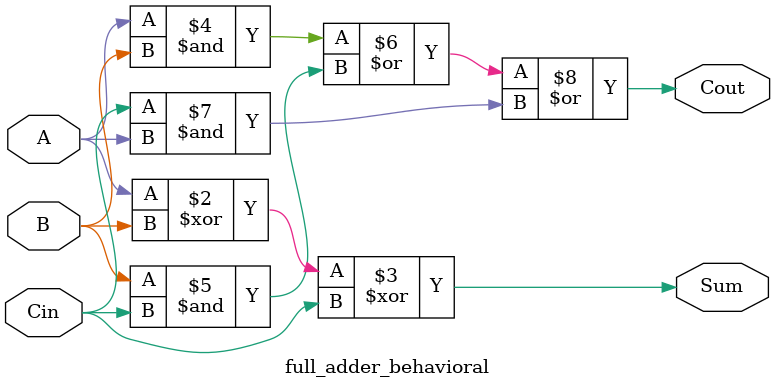
<source format=sv>
module full_adder_behavioral(
  input A,B, Cin,
  output reg Sum, Cout
);
  always@(*)begin
    Sum= A^B^Cin;
    Cout= (A&B) |(B&Cin)|(Cin&A);
    end
endmodule

</source>
